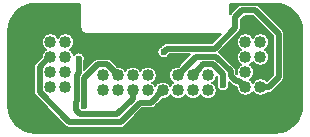
<source format=gbr>
G04 #@! TF.GenerationSoftware,KiCad,Pcbnew,(5.1.4)-1*
G04 #@! TF.CreationDate,2020-06-09T22:24:04-07:00*
G04 #@! TF.ProjectId,SkateLightConnBoard,536b6174-654c-4696-9768-74436f6e6e42,rev?*
G04 #@! TF.SameCoordinates,Original*
G04 #@! TF.FileFunction,Copper,L2,Bot*
G04 #@! TF.FilePolarity,Positive*
%FSLAX46Y46*%
G04 Gerber Fmt 4.6, Leading zero omitted, Abs format (unit mm)*
G04 Created by KiCad (PCBNEW (5.1.4)-1) date 2020-06-09 22:24:04*
%MOMM*%
%LPD*%
G04 APERTURE LIST*
%ADD10C,1.016000*%
%ADD11C,0.600000*%
%ADD12C,0.500000*%
%ADD13C,0.152400*%
G04 APERTURE END LIST*
D10*
X-7620000Y-1905000D03*
X-8890000Y-1905000D03*
X-7620000Y-635000D03*
X-8890000Y-635000D03*
X-7620000Y635000D03*
X-8890000Y635000D03*
X-7620000Y1905000D03*
X-8890000Y1905000D03*
X4445000Y-2171700D03*
X4445000Y-901700D03*
X3175000Y-2171700D03*
X3175000Y-901700D03*
X1905000Y-2171700D03*
X1905000Y-901700D03*
X635000Y-2171700D03*
X635000Y-901700D03*
X-635000Y-2171700D03*
X-635000Y-901700D03*
X-1905000Y-2171700D03*
X-1905000Y-901700D03*
X-3175000Y-2171700D03*
X-3175000Y-901700D03*
X-4445000Y-2171700D03*
X-4445000Y-901700D03*
X7620000Y1905000D03*
X8890000Y1905000D03*
X7620000Y635000D03*
X8890000Y635000D03*
X7620000Y-635000D03*
X8890000Y-635000D03*
X7620000Y-1905000D03*
X8890000Y-1905000D03*
D11*
X-6013021Y-3513021D03*
X700000Y1060000D03*
X-11430000Y3683000D03*
X-1780000Y-5190000D03*
X-9380000Y-4960000D03*
X-11490000Y-3430000D03*
X-11800000Y40000D03*
X-6970000Y4110000D03*
X7670000Y3900000D03*
X-1270000Y762000D03*
X6350000Y1524000D03*
X1270000Y-5334000D03*
X11176000Y3900000D03*
X5730000Y-1730000D03*
X-6500000Y500000D03*
D12*
X-3682999Y-393701D02*
X-3682999Y-357001D01*
X-3175000Y-901700D02*
X-3682999Y-393701D01*
X-3682999Y-357001D02*
X-4050000Y10000D01*
X-4050000Y10000D02*
X-4880694Y10000D01*
X-6013021Y-1122327D02*
X-6013021Y-3513021D01*
X-5320347Y-429653D02*
X-6013021Y-1122327D01*
X-4880694Y10000D02*
X-5320347Y-429653D01*
X-2945185Y-4867832D02*
X-1303676Y-3226323D01*
X-7274562Y-4867832D02*
X-2945185Y-4867832D01*
X-9800401Y-2341993D02*
X-7274562Y-4867832D01*
X-9800401Y-198007D02*
X-9800401Y-2341993D01*
X-8890000Y635000D02*
X-8967394Y635000D01*
X-8967394Y635000D02*
X-9800401Y-198007D01*
X127001Y-2679699D02*
X635000Y-2171700D01*
X127001Y-2757093D02*
X127001Y-2679699D01*
X-342229Y-3226323D02*
X127001Y-2757093D01*
X-1303676Y-3226323D02*
X-342229Y-3226323D01*
X6767590Y4010238D02*
X6767590Y3097543D01*
X10452811Y-1060609D02*
X10452811Y2612231D01*
X8890000Y-1905000D02*
X9608420Y-1905000D01*
X9608420Y-1905000D02*
X10452811Y-1060609D01*
X6767590Y3097543D02*
X5030046Y1359999D01*
X5030046Y1359999D02*
X999999Y1359999D01*
X7359754Y4602402D02*
X6767590Y4010238D01*
X999999Y1359999D02*
X700000Y1060000D01*
X8462640Y4602402D02*
X7359754Y4602402D01*
X10452811Y2612231D02*
X8462640Y4602402D01*
X9800401Y2341993D02*
X9302394Y2840000D01*
X9800401Y198007D02*
X9800401Y2341993D01*
X9326993Y-275401D02*
X9800401Y198007D01*
X8890000Y-635000D02*
X8890000Y-275401D01*
X8890000Y-275401D02*
X9326993Y-275401D01*
X9302394Y2840000D02*
X8730000Y2840000D01*
X8730000Y2840000D02*
X7670000Y3900000D01*
X2412999Y-393701D02*
X1905000Y-901700D01*
X2412999Y-337001D02*
X2412999Y-393701D01*
X3412410Y662410D02*
X2412999Y-337001D01*
X5150931Y662410D02*
X3412410Y662410D01*
X6382410Y-569070D02*
X5150931Y662410D01*
X6382410Y-962410D02*
X6382410Y-569070D01*
X6817001Y-1397001D02*
X6382410Y-962410D01*
X7112001Y-1397001D02*
X6817001Y-1397001D01*
X7620000Y-1905000D02*
X7112001Y-1397001D01*
X3175000Y-901700D02*
X3682999Y-393701D01*
X3682999Y-393701D02*
X3682999Y-347001D01*
X3682999Y-347001D02*
X4040000Y10000D01*
X4880694Y10000D02*
X5730000Y-839306D01*
X4040000Y10000D02*
X4880694Y10000D01*
X5730000Y-839306D02*
X5730000Y-1730000D01*
X-3215422Y-4215422D02*
X-1905000Y-2905000D01*
X-6350174Y-4215422D02*
X-3215422Y-4215422D01*
X-1905000Y-2890120D02*
X-1905000Y-2171700D01*
X-6715422Y-3850174D02*
X-6350174Y-4215422D01*
X-6715422Y-3175868D02*
X-6715422Y-3850174D01*
X-1905000Y-2905000D02*
X-1905000Y-2890120D01*
X-6665431Y-3125877D02*
X-6715422Y-3175868D01*
X-6665431Y-852090D02*
X-6665431Y-3125877D01*
X-6500000Y-686659D02*
X-6665431Y-852090D01*
X-6500000Y500000D02*
X-6500000Y-686659D01*
D13*
G36*
X-6401322Y5141489D02*
G01*
X-6389613Y5137954D01*
X-6378812Y5132211D01*
X-6369329Y5124477D01*
X-6361534Y5115055D01*
X-6355713Y5104289D01*
X-6352097Y5092608D01*
X-6349600Y5068853D01*
X-6349599Y3162541D01*
X-6348534Y3151732D01*
X-6348548Y3149799D01*
X-6348203Y3146275D01*
X-6341726Y3084650D01*
X-6337098Y3062106D01*
X-6332797Y3039559D01*
X-6331774Y3036169D01*
X-6313451Y2976975D01*
X-6304544Y2955785D01*
X-6295932Y2934470D01*
X-6294270Y2931344D01*
X-6264797Y2876836D01*
X-6251937Y2857771D01*
X-6239359Y2838550D01*
X-6237121Y2835806D01*
X-6197623Y2788061D01*
X-6181310Y2771861D01*
X-6165231Y2755442D01*
X-6162503Y2753184D01*
X-6114484Y2714022D01*
X-6095352Y2701310D01*
X-6076375Y2688317D01*
X-6073263Y2686634D01*
X-6073255Y2686630D01*
X-6018549Y2657542D01*
X-5997276Y2648774D01*
X-5976171Y2639728D01*
X-5972792Y2638682D01*
X-5972786Y2638680D01*
X-5913467Y2620771D01*
X-5890921Y2616307D01*
X-5868439Y2611528D01*
X-5864917Y2611157D01*
X-5803248Y2605110D01*
X-5803245Y2605110D01*
X-5790959Y2603900D01*
X5597105Y2603900D01*
X4831804Y1838599D01*
X1023495Y1838599D01*
X999999Y1840913D01*
X976503Y1838599D01*
X976495Y1838599D01*
X906177Y1831673D01*
X815961Y1804307D01*
X732817Y1759865D01*
X659941Y1700057D01*
X644958Y1681800D01*
X521285Y1558127D01*
X449614Y1528440D01*
X363037Y1470591D01*
X289409Y1396963D01*
X231560Y1310386D01*
X191713Y1214187D01*
X171400Y1112063D01*
X171400Y1007937D01*
X191713Y905813D01*
X231560Y809614D01*
X289409Y723037D01*
X363037Y649409D01*
X449614Y591560D01*
X545813Y551713D01*
X647937Y531400D01*
X752063Y531400D01*
X854187Y551713D01*
X950386Y591560D01*
X1036963Y649409D01*
X1110591Y723037D01*
X1168440Y809614D01*
X1198127Y881285D01*
X1198241Y881399D01*
X2954556Y881399D01*
X2091199Y18041D01*
X2072941Y3057D01*
X2013133Y-69819D01*
X1968691Y-152964D01*
X1965120Y-164738D01*
X1964757Y-165100D01*
X1832451Y-165100D01*
X1690142Y-193407D01*
X1556089Y-248934D01*
X1435445Y-329545D01*
X1332845Y-432145D01*
X1252234Y-552789D01*
X1196707Y-686842D01*
X1168400Y-829151D01*
X1168400Y-974249D01*
X1196707Y-1116558D01*
X1252234Y-1250611D01*
X1332845Y-1371255D01*
X1435445Y-1473855D01*
X1529500Y-1536700D01*
X1435445Y-1599545D01*
X1332845Y-1702145D01*
X1270000Y-1796200D01*
X1207155Y-1702145D01*
X1104555Y-1599545D01*
X983911Y-1518934D01*
X849858Y-1463407D01*
X707549Y-1435100D01*
X562451Y-1435100D01*
X420142Y-1463407D01*
X286089Y-1518934D01*
X165445Y-1599545D01*
X62845Y-1702145D01*
X0Y-1796200D01*
X-62845Y-1702145D01*
X-165445Y-1599545D01*
X-259500Y-1536700D01*
X-165445Y-1473855D01*
X-62845Y-1371255D01*
X17766Y-1250611D01*
X73293Y-1116558D01*
X101600Y-974249D01*
X101600Y-829151D01*
X73293Y-686842D01*
X17766Y-552789D01*
X-62845Y-432145D01*
X-165445Y-329545D01*
X-286089Y-248934D01*
X-420142Y-193407D01*
X-562451Y-165100D01*
X-707549Y-165100D01*
X-849858Y-193407D01*
X-983911Y-248934D01*
X-1104555Y-329545D01*
X-1207155Y-432145D01*
X-1270000Y-526200D01*
X-1332845Y-432145D01*
X-1435445Y-329545D01*
X-1556089Y-248934D01*
X-1690142Y-193407D01*
X-1832451Y-165100D01*
X-1977549Y-165100D01*
X-2119858Y-193407D01*
X-2253911Y-248934D01*
X-2374555Y-329545D01*
X-2477155Y-432145D01*
X-2540000Y-526200D01*
X-2602845Y-432145D01*
X-2705445Y-329545D01*
X-2826089Y-248934D01*
X-2960142Y-193407D01*
X-3102451Y-165100D01*
X-3234758Y-165100D01*
X-3252238Y-147620D01*
X-3283133Y-89819D01*
X-3295613Y-74612D01*
X-3327958Y-35199D01*
X-3327962Y-35195D01*
X-3342941Y-16943D01*
X-3361194Y-1963D01*
X-3694958Y331800D01*
X-3709942Y350058D01*
X-3782818Y409866D01*
X-3865962Y454308D01*
X-3956178Y481674D01*
X-4026496Y488600D01*
X-4026504Y488600D01*
X-4050000Y490914D01*
X-4073496Y488600D01*
X-4857201Y488600D01*
X-4880695Y490914D01*
X-4904188Y488600D01*
X-4904198Y488600D01*
X-4974516Y481674D01*
X-5064732Y454308D01*
X-5147876Y409866D01*
X-5220752Y350058D01*
X-5235736Y331800D01*
X-5642143Y-74607D01*
X-5642149Y-74612D01*
X-6021400Y-453864D01*
X-6021400Y274142D01*
X-5991713Y345813D01*
X-5971400Y447937D01*
X-5971400Y552063D01*
X-5991713Y654187D01*
X-6031560Y750386D01*
X-6089409Y836963D01*
X-6163037Y910591D01*
X-6249614Y968440D01*
X-6345813Y1008287D01*
X-6447937Y1028600D01*
X-6552063Y1028600D01*
X-6654187Y1008287D01*
X-6750386Y968440D01*
X-6836963Y910591D01*
X-6909382Y838172D01*
X-6911707Y849858D01*
X-6967234Y983911D01*
X-7047845Y1104555D01*
X-7150445Y1207155D01*
X-7244500Y1270000D01*
X-7150445Y1332845D01*
X-7047845Y1435445D01*
X-6967234Y1556089D01*
X-6911707Y1690142D01*
X-6883400Y1832451D01*
X-6883400Y1977549D01*
X-6911707Y2119858D01*
X-6967234Y2253911D01*
X-7047845Y2374555D01*
X-7150445Y2477155D01*
X-7271089Y2557766D01*
X-7405142Y2613293D01*
X-7547451Y2641600D01*
X-7692549Y2641600D01*
X-7834858Y2613293D01*
X-7968911Y2557766D01*
X-8089555Y2477155D01*
X-8192155Y2374555D01*
X-8255000Y2280500D01*
X-8317845Y2374555D01*
X-8420445Y2477155D01*
X-8541089Y2557766D01*
X-8675142Y2613293D01*
X-8817451Y2641600D01*
X-8962549Y2641600D01*
X-9104858Y2613293D01*
X-9238911Y2557766D01*
X-9359555Y2477155D01*
X-9462155Y2374555D01*
X-9542766Y2253911D01*
X-9598293Y2119858D01*
X-9626600Y1977549D01*
X-9626600Y1832451D01*
X-9598293Y1690142D01*
X-9542766Y1556089D01*
X-9462155Y1435445D01*
X-9359555Y1332845D01*
X-9265500Y1270000D01*
X-9359555Y1207155D01*
X-9462155Y1104555D01*
X-9542766Y983911D01*
X-9598293Y849858D01*
X-9626600Y707549D01*
X-9626600Y652637D01*
X-10122201Y157035D01*
X-10140459Y142051D01*
X-10200267Y69175D01*
X-10244709Y-13970D01*
X-10272075Y-104186D01*
X-10279001Y-174504D01*
X-10279001Y-174511D01*
X-10281315Y-198007D01*
X-10279001Y-221503D01*
X-10279000Y-2318487D01*
X-10281315Y-2341993D01*
X-10272075Y-2435814D01*
X-10244708Y-2526031D01*
X-10200267Y-2609174D01*
X-10155442Y-2663794D01*
X-10155437Y-2663799D01*
X-10140458Y-2682051D01*
X-10122206Y-2697030D01*
X-7629600Y-5189637D01*
X-7614620Y-5207890D01*
X-7596368Y-5222869D01*
X-7596364Y-5222873D01*
X-7554141Y-5257524D01*
X-7541744Y-5267698D01*
X-7458600Y-5312140D01*
X-7368384Y-5339506D01*
X-7298066Y-5346432D01*
X-7298058Y-5346432D01*
X-7274562Y-5348746D01*
X-7251066Y-5346432D01*
X-2968681Y-5346432D01*
X-2945185Y-5348746D01*
X-2921689Y-5346432D01*
X-2921681Y-5346432D01*
X-2851363Y-5339506D01*
X-2761147Y-5312140D01*
X-2678003Y-5267698D01*
X-2605127Y-5207890D01*
X-2590143Y-5189632D01*
X-1105434Y-3704923D01*
X-365725Y-3704923D01*
X-342229Y-3707237D01*
X-318733Y-3704923D01*
X-318725Y-3704923D01*
X-248407Y-3697997D01*
X-158191Y-3670631D01*
X-75047Y-3626189D01*
X-2171Y-3566381D01*
X12813Y-3548123D01*
X448801Y-3112135D01*
X467059Y-3097151D01*
X526867Y-3024275D01*
X571309Y-2941131D01*
X581268Y-2908300D01*
X707549Y-2908300D01*
X849858Y-2879993D01*
X983911Y-2824466D01*
X1104555Y-2743855D01*
X1207155Y-2641255D01*
X1270000Y-2547200D01*
X1332845Y-2641255D01*
X1435445Y-2743855D01*
X1556089Y-2824466D01*
X1690142Y-2879993D01*
X1832451Y-2908300D01*
X1977549Y-2908300D01*
X2119858Y-2879993D01*
X2253911Y-2824466D01*
X2374555Y-2743855D01*
X2477155Y-2641255D01*
X2540000Y-2547200D01*
X2602845Y-2641255D01*
X2705445Y-2743855D01*
X2826089Y-2824466D01*
X2960142Y-2879993D01*
X3102451Y-2908300D01*
X3247549Y-2908300D01*
X3389858Y-2879993D01*
X3523911Y-2824466D01*
X3644555Y-2743855D01*
X3747155Y-2641255D01*
X3810000Y-2547200D01*
X3872845Y-2641255D01*
X3975445Y-2743855D01*
X4096089Y-2824466D01*
X4230142Y-2879993D01*
X4372451Y-2908300D01*
X4517549Y-2908300D01*
X4659858Y-2879993D01*
X4793911Y-2824466D01*
X4914555Y-2743855D01*
X5017155Y-2641255D01*
X5097766Y-2520611D01*
X5153293Y-2386558D01*
X5181600Y-2244249D01*
X5181600Y-2099151D01*
X5153293Y-1956842D01*
X5097766Y-1822789D01*
X5017155Y-1702145D01*
X4914555Y-1599545D01*
X4820500Y-1536700D01*
X4914555Y-1473855D01*
X5017155Y-1371255D01*
X5097766Y-1250611D01*
X5153293Y-1116558D01*
X5181600Y-974249D01*
X5181600Y-967749D01*
X5251400Y-1037549D01*
X5251401Y-1504141D01*
X5221713Y-1575813D01*
X5201400Y-1677937D01*
X5201400Y-1782063D01*
X5221713Y-1884187D01*
X5261560Y-1980386D01*
X5319409Y-2066963D01*
X5393037Y-2140591D01*
X5479614Y-2198440D01*
X5575813Y-2238287D01*
X5677937Y-2258600D01*
X5782063Y-2258600D01*
X5884187Y-2238287D01*
X5980386Y-2198440D01*
X6066963Y-2140591D01*
X6140591Y-2066963D01*
X6198440Y-1980386D01*
X6238287Y-1884187D01*
X6258600Y-1782063D01*
X6258600Y-1677937D01*
X6238287Y-1575813D01*
X6208600Y-1504142D01*
X6208600Y-1465442D01*
X6461959Y-1718801D01*
X6476943Y-1737059D01*
X6549819Y-1796867D01*
X6632963Y-1841309D01*
X6723179Y-1868675D01*
X6793497Y-1875601D01*
X6793506Y-1875601D01*
X6817000Y-1877915D01*
X6840494Y-1875601D01*
X6883400Y-1875601D01*
X6883400Y-1977549D01*
X6911707Y-2119858D01*
X6967234Y-2253911D01*
X7047845Y-2374555D01*
X7150445Y-2477155D01*
X7271089Y-2557766D01*
X7405142Y-2613293D01*
X7547451Y-2641600D01*
X7692549Y-2641600D01*
X7834858Y-2613293D01*
X7968911Y-2557766D01*
X8089555Y-2477155D01*
X8192155Y-2374555D01*
X8255000Y-2280500D01*
X8317845Y-2374555D01*
X8420445Y-2477155D01*
X8541089Y-2557766D01*
X8675142Y-2613293D01*
X8817451Y-2641600D01*
X8962549Y-2641600D01*
X9104858Y-2613293D01*
X9238911Y-2557766D01*
X9359555Y-2477155D01*
X9453110Y-2383600D01*
X9584924Y-2383600D01*
X9608420Y-2385914D01*
X9631916Y-2383600D01*
X9631924Y-2383600D01*
X9702242Y-2376674D01*
X9792458Y-2349308D01*
X9875602Y-2304866D01*
X9948478Y-2245058D01*
X9963462Y-2226800D01*
X10774611Y-1415651D01*
X10792869Y-1400667D01*
X10852677Y-1327791D01*
X10897119Y-1244647D01*
X10924485Y-1154431D01*
X10931411Y-1084113D01*
X10931411Y-1084106D01*
X10933725Y-1060610D01*
X10931411Y-1037114D01*
X10931411Y2588735D01*
X10933725Y2612231D01*
X10931411Y2635727D01*
X10931411Y2635735D01*
X10924485Y2706053D01*
X10897119Y2796269D01*
X10852677Y2879413D01*
X10845027Y2888735D01*
X10807852Y2934033D01*
X10807848Y2934037D01*
X10792869Y2952289D01*
X10774616Y2967269D01*
X8817682Y4924202D01*
X8802698Y4942460D01*
X8729822Y5002268D01*
X8646678Y5046710D01*
X8556462Y5074076D01*
X8486144Y5081002D01*
X8486136Y5081002D01*
X8462640Y5083316D01*
X8439144Y5081002D01*
X7383247Y5081002D01*
X7359753Y5083316D01*
X7336259Y5081002D01*
X7336250Y5081002D01*
X7265932Y5074076D01*
X7175716Y5046710D01*
X7092572Y5002268D01*
X7019696Y4942460D01*
X7004712Y4924202D01*
X6445790Y4365280D01*
X6427532Y4350296D01*
X6367724Y4277420D01*
X6349600Y4243512D01*
X6349600Y5067592D01*
X6352011Y5092178D01*
X6355546Y5103887D01*
X6361289Y5114688D01*
X6369023Y5124171D01*
X6378445Y5131966D01*
X6389211Y5137787D01*
X6400892Y5141403D01*
X6424652Y5143900D01*
X10147594Y5143900D01*
X10603864Y5099162D01*
X11030813Y4970259D01*
X11424599Y4760880D01*
X11770220Y4478999D01*
X12054501Y4135361D01*
X12266626Y3743045D01*
X12398509Y3317003D01*
X12446385Y2861492D01*
X12446401Y2856900D01*
X12446400Y-3480093D01*
X12401662Y-3936363D01*
X12272759Y-4363313D01*
X12063377Y-4757102D01*
X11781497Y-5102722D01*
X11437861Y-5387001D01*
X11045546Y-5599126D01*
X10619498Y-5731009D01*
X10163993Y-5778885D01*
X10159685Y-5778900D01*
X-10147594Y-5778900D01*
X-10603863Y-5734162D01*
X-11030813Y-5605259D01*
X-11424602Y-5395877D01*
X-11770222Y-5113997D01*
X-12054501Y-4770361D01*
X-12266626Y-4378046D01*
X-12398509Y-3951998D01*
X-12446385Y-3496493D01*
X-12446400Y-3492185D01*
X-12446400Y2845094D01*
X-12401662Y3301364D01*
X-12272759Y3728313D01*
X-12063380Y4122099D01*
X-11781499Y4467720D01*
X-11437861Y4752001D01*
X-11045545Y4964126D01*
X-10619503Y5096009D01*
X-10163992Y5143885D01*
X-10159685Y5143900D01*
X-6425908Y5143900D01*
X-6401322Y5141489D01*
X-6401322Y5141489D01*
G37*
X-6401322Y5141489D02*
X-6389613Y5137954D01*
X-6378812Y5132211D01*
X-6369329Y5124477D01*
X-6361534Y5115055D01*
X-6355713Y5104289D01*
X-6352097Y5092608D01*
X-6349600Y5068853D01*
X-6349599Y3162541D01*
X-6348534Y3151732D01*
X-6348548Y3149799D01*
X-6348203Y3146275D01*
X-6341726Y3084650D01*
X-6337098Y3062106D01*
X-6332797Y3039559D01*
X-6331774Y3036169D01*
X-6313451Y2976975D01*
X-6304544Y2955785D01*
X-6295932Y2934470D01*
X-6294270Y2931344D01*
X-6264797Y2876836D01*
X-6251937Y2857771D01*
X-6239359Y2838550D01*
X-6237121Y2835806D01*
X-6197623Y2788061D01*
X-6181310Y2771861D01*
X-6165231Y2755442D01*
X-6162503Y2753184D01*
X-6114484Y2714022D01*
X-6095352Y2701310D01*
X-6076375Y2688317D01*
X-6073263Y2686634D01*
X-6073255Y2686630D01*
X-6018549Y2657542D01*
X-5997276Y2648774D01*
X-5976171Y2639728D01*
X-5972792Y2638682D01*
X-5972786Y2638680D01*
X-5913467Y2620771D01*
X-5890921Y2616307D01*
X-5868439Y2611528D01*
X-5864917Y2611157D01*
X-5803248Y2605110D01*
X-5803245Y2605110D01*
X-5790959Y2603900D01*
X5597105Y2603900D01*
X4831804Y1838599D01*
X1023495Y1838599D01*
X999999Y1840913D01*
X976503Y1838599D01*
X976495Y1838599D01*
X906177Y1831673D01*
X815961Y1804307D01*
X732817Y1759865D01*
X659941Y1700057D01*
X644958Y1681800D01*
X521285Y1558127D01*
X449614Y1528440D01*
X363037Y1470591D01*
X289409Y1396963D01*
X231560Y1310386D01*
X191713Y1214187D01*
X171400Y1112063D01*
X171400Y1007937D01*
X191713Y905813D01*
X231560Y809614D01*
X289409Y723037D01*
X363037Y649409D01*
X449614Y591560D01*
X545813Y551713D01*
X647937Y531400D01*
X752063Y531400D01*
X854187Y551713D01*
X950386Y591560D01*
X1036963Y649409D01*
X1110591Y723037D01*
X1168440Y809614D01*
X1198127Y881285D01*
X1198241Y881399D01*
X2954556Y881399D01*
X2091199Y18041D01*
X2072941Y3057D01*
X2013133Y-69819D01*
X1968691Y-152964D01*
X1965120Y-164738D01*
X1964757Y-165100D01*
X1832451Y-165100D01*
X1690142Y-193407D01*
X1556089Y-248934D01*
X1435445Y-329545D01*
X1332845Y-432145D01*
X1252234Y-552789D01*
X1196707Y-686842D01*
X1168400Y-829151D01*
X1168400Y-974249D01*
X1196707Y-1116558D01*
X1252234Y-1250611D01*
X1332845Y-1371255D01*
X1435445Y-1473855D01*
X1529500Y-1536700D01*
X1435445Y-1599545D01*
X1332845Y-1702145D01*
X1270000Y-1796200D01*
X1207155Y-1702145D01*
X1104555Y-1599545D01*
X983911Y-1518934D01*
X849858Y-1463407D01*
X707549Y-1435100D01*
X562451Y-1435100D01*
X420142Y-1463407D01*
X286089Y-1518934D01*
X165445Y-1599545D01*
X62845Y-1702145D01*
X0Y-1796200D01*
X-62845Y-1702145D01*
X-165445Y-1599545D01*
X-259500Y-1536700D01*
X-165445Y-1473855D01*
X-62845Y-1371255D01*
X17766Y-1250611D01*
X73293Y-1116558D01*
X101600Y-974249D01*
X101600Y-829151D01*
X73293Y-686842D01*
X17766Y-552789D01*
X-62845Y-432145D01*
X-165445Y-329545D01*
X-286089Y-248934D01*
X-420142Y-193407D01*
X-562451Y-165100D01*
X-707549Y-165100D01*
X-849858Y-193407D01*
X-983911Y-248934D01*
X-1104555Y-329545D01*
X-1207155Y-432145D01*
X-1270000Y-526200D01*
X-1332845Y-432145D01*
X-1435445Y-329545D01*
X-1556089Y-248934D01*
X-1690142Y-193407D01*
X-1832451Y-165100D01*
X-1977549Y-165100D01*
X-2119858Y-193407D01*
X-2253911Y-248934D01*
X-2374555Y-329545D01*
X-2477155Y-432145D01*
X-2540000Y-526200D01*
X-2602845Y-432145D01*
X-2705445Y-329545D01*
X-2826089Y-248934D01*
X-2960142Y-193407D01*
X-3102451Y-165100D01*
X-3234758Y-165100D01*
X-3252238Y-147620D01*
X-3283133Y-89819D01*
X-3295613Y-74612D01*
X-3327958Y-35199D01*
X-3327962Y-35195D01*
X-3342941Y-16943D01*
X-3361194Y-1963D01*
X-3694958Y331800D01*
X-3709942Y350058D01*
X-3782818Y409866D01*
X-3865962Y454308D01*
X-3956178Y481674D01*
X-4026496Y488600D01*
X-4026504Y488600D01*
X-4050000Y490914D01*
X-4073496Y488600D01*
X-4857201Y488600D01*
X-4880695Y490914D01*
X-4904188Y488600D01*
X-4904198Y488600D01*
X-4974516Y481674D01*
X-5064732Y454308D01*
X-5147876Y409866D01*
X-5220752Y350058D01*
X-5235736Y331800D01*
X-5642143Y-74607D01*
X-5642149Y-74612D01*
X-6021400Y-453864D01*
X-6021400Y274142D01*
X-5991713Y345813D01*
X-5971400Y447937D01*
X-5971400Y552063D01*
X-5991713Y654187D01*
X-6031560Y750386D01*
X-6089409Y836963D01*
X-6163037Y910591D01*
X-6249614Y968440D01*
X-6345813Y1008287D01*
X-6447937Y1028600D01*
X-6552063Y1028600D01*
X-6654187Y1008287D01*
X-6750386Y968440D01*
X-6836963Y910591D01*
X-6909382Y838172D01*
X-6911707Y849858D01*
X-6967234Y983911D01*
X-7047845Y1104555D01*
X-7150445Y1207155D01*
X-7244500Y1270000D01*
X-7150445Y1332845D01*
X-7047845Y1435445D01*
X-6967234Y1556089D01*
X-6911707Y1690142D01*
X-6883400Y1832451D01*
X-6883400Y1977549D01*
X-6911707Y2119858D01*
X-6967234Y2253911D01*
X-7047845Y2374555D01*
X-7150445Y2477155D01*
X-7271089Y2557766D01*
X-7405142Y2613293D01*
X-7547451Y2641600D01*
X-7692549Y2641600D01*
X-7834858Y2613293D01*
X-7968911Y2557766D01*
X-8089555Y2477155D01*
X-8192155Y2374555D01*
X-8255000Y2280500D01*
X-8317845Y2374555D01*
X-8420445Y2477155D01*
X-8541089Y2557766D01*
X-8675142Y2613293D01*
X-8817451Y2641600D01*
X-8962549Y2641600D01*
X-9104858Y2613293D01*
X-9238911Y2557766D01*
X-9359555Y2477155D01*
X-9462155Y2374555D01*
X-9542766Y2253911D01*
X-9598293Y2119858D01*
X-9626600Y1977549D01*
X-9626600Y1832451D01*
X-9598293Y1690142D01*
X-9542766Y1556089D01*
X-9462155Y1435445D01*
X-9359555Y1332845D01*
X-9265500Y1270000D01*
X-9359555Y1207155D01*
X-9462155Y1104555D01*
X-9542766Y983911D01*
X-9598293Y849858D01*
X-9626600Y707549D01*
X-9626600Y652637D01*
X-10122201Y157035D01*
X-10140459Y142051D01*
X-10200267Y69175D01*
X-10244709Y-13970D01*
X-10272075Y-104186D01*
X-10279001Y-174504D01*
X-10279001Y-174511D01*
X-10281315Y-198007D01*
X-10279001Y-221503D01*
X-10279000Y-2318487D01*
X-10281315Y-2341993D01*
X-10272075Y-2435814D01*
X-10244708Y-2526031D01*
X-10200267Y-2609174D01*
X-10155442Y-2663794D01*
X-10155437Y-2663799D01*
X-10140458Y-2682051D01*
X-10122206Y-2697030D01*
X-7629600Y-5189637D01*
X-7614620Y-5207890D01*
X-7596368Y-5222869D01*
X-7596364Y-5222873D01*
X-7554141Y-5257524D01*
X-7541744Y-5267698D01*
X-7458600Y-5312140D01*
X-7368384Y-5339506D01*
X-7298066Y-5346432D01*
X-7298058Y-5346432D01*
X-7274562Y-5348746D01*
X-7251066Y-5346432D01*
X-2968681Y-5346432D01*
X-2945185Y-5348746D01*
X-2921689Y-5346432D01*
X-2921681Y-5346432D01*
X-2851363Y-5339506D01*
X-2761147Y-5312140D01*
X-2678003Y-5267698D01*
X-2605127Y-5207890D01*
X-2590143Y-5189632D01*
X-1105434Y-3704923D01*
X-365725Y-3704923D01*
X-342229Y-3707237D01*
X-318733Y-3704923D01*
X-318725Y-3704923D01*
X-248407Y-3697997D01*
X-158191Y-3670631D01*
X-75047Y-3626189D01*
X-2171Y-3566381D01*
X12813Y-3548123D01*
X448801Y-3112135D01*
X467059Y-3097151D01*
X526867Y-3024275D01*
X571309Y-2941131D01*
X581268Y-2908300D01*
X707549Y-2908300D01*
X849858Y-2879993D01*
X983911Y-2824466D01*
X1104555Y-2743855D01*
X1207155Y-2641255D01*
X1270000Y-2547200D01*
X1332845Y-2641255D01*
X1435445Y-2743855D01*
X1556089Y-2824466D01*
X1690142Y-2879993D01*
X1832451Y-2908300D01*
X1977549Y-2908300D01*
X2119858Y-2879993D01*
X2253911Y-2824466D01*
X2374555Y-2743855D01*
X2477155Y-2641255D01*
X2540000Y-2547200D01*
X2602845Y-2641255D01*
X2705445Y-2743855D01*
X2826089Y-2824466D01*
X2960142Y-2879993D01*
X3102451Y-2908300D01*
X3247549Y-2908300D01*
X3389858Y-2879993D01*
X3523911Y-2824466D01*
X3644555Y-2743855D01*
X3747155Y-2641255D01*
X3810000Y-2547200D01*
X3872845Y-2641255D01*
X3975445Y-2743855D01*
X4096089Y-2824466D01*
X4230142Y-2879993D01*
X4372451Y-2908300D01*
X4517549Y-2908300D01*
X4659858Y-2879993D01*
X4793911Y-2824466D01*
X4914555Y-2743855D01*
X5017155Y-2641255D01*
X5097766Y-2520611D01*
X5153293Y-2386558D01*
X5181600Y-2244249D01*
X5181600Y-2099151D01*
X5153293Y-1956842D01*
X5097766Y-1822789D01*
X5017155Y-1702145D01*
X4914555Y-1599545D01*
X4820500Y-1536700D01*
X4914555Y-1473855D01*
X5017155Y-1371255D01*
X5097766Y-1250611D01*
X5153293Y-1116558D01*
X5181600Y-974249D01*
X5181600Y-967749D01*
X5251400Y-1037549D01*
X5251401Y-1504141D01*
X5221713Y-1575813D01*
X5201400Y-1677937D01*
X5201400Y-1782063D01*
X5221713Y-1884187D01*
X5261560Y-1980386D01*
X5319409Y-2066963D01*
X5393037Y-2140591D01*
X5479614Y-2198440D01*
X5575813Y-2238287D01*
X5677937Y-2258600D01*
X5782063Y-2258600D01*
X5884187Y-2238287D01*
X5980386Y-2198440D01*
X6066963Y-2140591D01*
X6140591Y-2066963D01*
X6198440Y-1980386D01*
X6238287Y-1884187D01*
X6258600Y-1782063D01*
X6258600Y-1677937D01*
X6238287Y-1575813D01*
X6208600Y-1504142D01*
X6208600Y-1465442D01*
X6461959Y-1718801D01*
X6476943Y-1737059D01*
X6549819Y-1796867D01*
X6632963Y-1841309D01*
X6723179Y-1868675D01*
X6793497Y-1875601D01*
X6793506Y-1875601D01*
X6817000Y-1877915D01*
X6840494Y-1875601D01*
X6883400Y-1875601D01*
X6883400Y-1977549D01*
X6911707Y-2119858D01*
X6967234Y-2253911D01*
X7047845Y-2374555D01*
X7150445Y-2477155D01*
X7271089Y-2557766D01*
X7405142Y-2613293D01*
X7547451Y-2641600D01*
X7692549Y-2641600D01*
X7834858Y-2613293D01*
X7968911Y-2557766D01*
X8089555Y-2477155D01*
X8192155Y-2374555D01*
X8255000Y-2280500D01*
X8317845Y-2374555D01*
X8420445Y-2477155D01*
X8541089Y-2557766D01*
X8675142Y-2613293D01*
X8817451Y-2641600D01*
X8962549Y-2641600D01*
X9104858Y-2613293D01*
X9238911Y-2557766D01*
X9359555Y-2477155D01*
X9453110Y-2383600D01*
X9584924Y-2383600D01*
X9608420Y-2385914D01*
X9631916Y-2383600D01*
X9631924Y-2383600D01*
X9702242Y-2376674D01*
X9792458Y-2349308D01*
X9875602Y-2304866D01*
X9948478Y-2245058D01*
X9963462Y-2226800D01*
X10774611Y-1415651D01*
X10792869Y-1400667D01*
X10852677Y-1327791D01*
X10897119Y-1244647D01*
X10924485Y-1154431D01*
X10931411Y-1084113D01*
X10931411Y-1084106D01*
X10933725Y-1060610D01*
X10931411Y-1037114D01*
X10931411Y2588735D01*
X10933725Y2612231D01*
X10931411Y2635727D01*
X10931411Y2635735D01*
X10924485Y2706053D01*
X10897119Y2796269D01*
X10852677Y2879413D01*
X10845027Y2888735D01*
X10807852Y2934033D01*
X10807848Y2934037D01*
X10792869Y2952289D01*
X10774616Y2967269D01*
X8817682Y4924202D01*
X8802698Y4942460D01*
X8729822Y5002268D01*
X8646678Y5046710D01*
X8556462Y5074076D01*
X8486144Y5081002D01*
X8486136Y5081002D01*
X8462640Y5083316D01*
X8439144Y5081002D01*
X7383247Y5081002D01*
X7359753Y5083316D01*
X7336259Y5081002D01*
X7336250Y5081002D01*
X7265932Y5074076D01*
X7175716Y5046710D01*
X7092572Y5002268D01*
X7019696Y4942460D01*
X7004712Y4924202D01*
X6445790Y4365280D01*
X6427532Y4350296D01*
X6367724Y4277420D01*
X6349600Y4243512D01*
X6349600Y5067592D01*
X6352011Y5092178D01*
X6355546Y5103887D01*
X6361289Y5114688D01*
X6369023Y5124171D01*
X6378445Y5131966D01*
X6389211Y5137787D01*
X6400892Y5141403D01*
X6424652Y5143900D01*
X10147594Y5143900D01*
X10603864Y5099162D01*
X11030813Y4970259D01*
X11424599Y4760880D01*
X11770220Y4478999D01*
X12054501Y4135361D01*
X12266626Y3743045D01*
X12398509Y3317003D01*
X12446385Y2861492D01*
X12446401Y2856900D01*
X12446400Y-3480093D01*
X12401662Y-3936363D01*
X12272759Y-4363313D01*
X12063377Y-4757102D01*
X11781497Y-5102722D01*
X11437861Y-5387001D01*
X11045546Y-5599126D01*
X10619498Y-5731009D01*
X10163993Y-5778885D01*
X10159685Y-5778900D01*
X-10147594Y-5778900D01*
X-10603863Y-5734162D01*
X-11030813Y-5605259D01*
X-11424602Y-5395877D01*
X-11770222Y-5113997D01*
X-12054501Y-4770361D01*
X-12266626Y-4378046D01*
X-12398509Y-3951998D01*
X-12446385Y-3496493D01*
X-12446400Y-3492185D01*
X-12446400Y2845094D01*
X-12401662Y3301364D01*
X-12272759Y3728313D01*
X-12063380Y4122099D01*
X-11781499Y4467720D01*
X-11437861Y4752001D01*
X-11045545Y4964126D01*
X-10619503Y5096009D01*
X-10163992Y5143885D01*
X-10159685Y5143900D01*
X-6425908Y5143900D01*
X-6401322Y5141489D01*
G36*
X9974212Y2413987D02*
G01*
X9974211Y-862367D01*
X9431644Y-1404934D01*
X9359555Y-1332845D01*
X9238911Y-1252234D01*
X9104858Y-1196707D01*
X8962549Y-1168400D01*
X8817451Y-1168400D01*
X8675142Y-1196707D01*
X8541089Y-1252234D01*
X8420445Y-1332845D01*
X8317845Y-1435445D01*
X8255000Y-1529500D01*
X8192155Y-1435445D01*
X8089555Y-1332845D01*
X7995500Y-1270000D01*
X8089555Y-1207155D01*
X8192155Y-1104555D01*
X8272766Y-983911D01*
X8328293Y-849858D01*
X8356600Y-707549D01*
X8356600Y-562451D01*
X8328293Y-420142D01*
X8272766Y-286089D01*
X8192155Y-165445D01*
X8089555Y-62845D01*
X7995500Y0D01*
X8089555Y62845D01*
X8192155Y165445D01*
X8255000Y259500D01*
X8317845Y165445D01*
X8420445Y62845D01*
X8541089Y-17766D01*
X8675142Y-73293D01*
X8817451Y-101600D01*
X8962549Y-101600D01*
X9104858Y-73293D01*
X9238911Y-17766D01*
X9359555Y62845D01*
X9462155Y165445D01*
X9542766Y286089D01*
X9598293Y420142D01*
X9626600Y562451D01*
X9626600Y707549D01*
X9598293Y849858D01*
X9542766Y983911D01*
X9462155Y1104555D01*
X9359555Y1207155D01*
X9265500Y1270000D01*
X9359555Y1332845D01*
X9462155Y1435445D01*
X9542766Y1556089D01*
X9598293Y1690142D01*
X9626600Y1832451D01*
X9626600Y1977549D01*
X9598293Y2119858D01*
X9542766Y2253911D01*
X9462155Y2374555D01*
X9359555Y2477155D01*
X9238911Y2557766D01*
X9104858Y2613293D01*
X8962549Y2641600D01*
X8817451Y2641600D01*
X8675142Y2613293D01*
X8541089Y2557766D01*
X8420445Y2477155D01*
X8317845Y2374555D01*
X8255000Y2280500D01*
X8192155Y2374555D01*
X8089555Y2477155D01*
X7968911Y2557766D01*
X7834858Y2613293D01*
X7692549Y2641600D01*
X7547451Y2641600D01*
X7405142Y2613293D01*
X7271089Y2557766D01*
X7150445Y2477155D01*
X7047845Y2374555D01*
X6967234Y2253911D01*
X6911707Y2119858D01*
X6883400Y1977549D01*
X6883400Y1832451D01*
X6911707Y1690142D01*
X6967234Y1556089D01*
X7047845Y1435445D01*
X7150445Y1332845D01*
X7244500Y1270000D01*
X7150445Y1207155D01*
X7047845Y1104555D01*
X6967234Y983911D01*
X6911707Y849858D01*
X6883400Y707549D01*
X6883400Y562451D01*
X6911707Y420142D01*
X6967234Y286089D01*
X7047845Y165445D01*
X7150445Y62845D01*
X7244500Y0D01*
X7150445Y-62845D01*
X7047845Y-165445D01*
X6967234Y-286089D01*
X6911707Y-420142D01*
X6883400Y-562451D01*
X6883400Y-707549D01*
X6903018Y-806176D01*
X6861010Y-764168D01*
X6861010Y-592566D01*
X6863324Y-569070D01*
X6861010Y-545574D01*
X6861010Y-545567D01*
X6854084Y-475248D01*
X6826718Y-385032D01*
X6782276Y-301888D01*
X6769310Y-286089D01*
X6737451Y-247268D01*
X6737447Y-247264D01*
X6722468Y-229012D01*
X6704216Y-214033D01*
X5505973Y984210D01*
X5490989Y1002468D01*
X5418113Y1062276D01*
X5412282Y1065393D01*
X7089390Y2742501D01*
X7107648Y2757485D01*
X7167456Y2830361D01*
X7211898Y2913505D01*
X7239264Y3003721D01*
X7246190Y3074039D01*
X7246190Y3074049D01*
X7248504Y3097542D01*
X7246190Y3121036D01*
X7246190Y3811996D01*
X7557996Y4123802D01*
X8264398Y4123802D01*
X9974212Y2413987D01*
X9974212Y2413987D01*
G37*
X9974212Y2413987D02*
X9974211Y-862367D01*
X9431644Y-1404934D01*
X9359555Y-1332845D01*
X9238911Y-1252234D01*
X9104858Y-1196707D01*
X8962549Y-1168400D01*
X8817451Y-1168400D01*
X8675142Y-1196707D01*
X8541089Y-1252234D01*
X8420445Y-1332845D01*
X8317845Y-1435445D01*
X8255000Y-1529500D01*
X8192155Y-1435445D01*
X8089555Y-1332845D01*
X7995500Y-1270000D01*
X8089555Y-1207155D01*
X8192155Y-1104555D01*
X8272766Y-983911D01*
X8328293Y-849858D01*
X8356600Y-707549D01*
X8356600Y-562451D01*
X8328293Y-420142D01*
X8272766Y-286089D01*
X8192155Y-165445D01*
X8089555Y-62845D01*
X7995500Y0D01*
X8089555Y62845D01*
X8192155Y165445D01*
X8255000Y259500D01*
X8317845Y165445D01*
X8420445Y62845D01*
X8541089Y-17766D01*
X8675142Y-73293D01*
X8817451Y-101600D01*
X8962549Y-101600D01*
X9104858Y-73293D01*
X9238911Y-17766D01*
X9359555Y62845D01*
X9462155Y165445D01*
X9542766Y286089D01*
X9598293Y420142D01*
X9626600Y562451D01*
X9626600Y707549D01*
X9598293Y849858D01*
X9542766Y983911D01*
X9462155Y1104555D01*
X9359555Y1207155D01*
X9265500Y1270000D01*
X9359555Y1332845D01*
X9462155Y1435445D01*
X9542766Y1556089D01*
X9598293Y1690142D01*
X9626600Y1832451D01*
X9626600Y1977549D01*
X9598293Y2119858D01*
X9542766Y2253911D01*
X9462155Y2374555D01*
X9359555Y2477155D01*
X9238911Y2557766D01*
X9104858Y2613293D01*
X8962549Y2641600D01*
X8817451Y2641600D01*
X8675142Y2613293D01*
X8541089Y2557766D01*
X8420445Y2477155D01*
X8317845Y2374555D01*
X8255000Y2280500D01*
X8192155Y2374555D01*
X8089555Y2477155D01*
X7968911Y2557766D01*
X7834858Y2613293D01*
X7692549Y2641600D01*
X7547451Y2641600D01*
X7405142Y2613293D01*
X7271089Y2557766D01*
X7150445Y2477155D01*
X7047845Y2374555D01*
X6967234Y2253911D01*
X6911707Y2119858D01*
X6883400Y1977549D01*
X6883400Y1832451D01*
X6911707Y1690142D01*
X6967234Y1556089D01*
X7047845Y1435445D01*
X7150445Y1332845D01*
X7244500Y1270000D01*
X7150445Y1207155D01*
X7047845Y1104555D01*
X6967234Y983911D01*
X6911707Y849858D01*
X6883400Y707549D01*
X6883400Y562451D01*
X6911707Y420142D01*
X6967234Y286089D01*
X7047845Y165445D01*
X7150445Y62845D01*
X7244500Y0D01*
X7150445Y-62845D01*
X7047845Y-165445D01*
X6967234Y-286089D01*
X6911707Y-420142D01*
X6883400Y-562451D01*
X6883400Y-707549D01*
X6903018Y-806176D01*
X6861010Y-764168D01*
X6861010Y-592566D01*
X6863324Y-569070D01*
X6861010Y-545574D01*
X6861010Y-545567D01*
X6854084Y-475248D01*
X6826718Y-385032D01*
X6782276Y-301888D01*
X6769310Y-286089D01*
X6737451Y-247268D01*
X6737447Y-247264D01*
X6722468Y-229012D01*
X6704216Y-214033D01*
X5505973Y984210D01*
X5490989Y1002468D01*
X5418113Y1062276D01*
X5412282Y1065393D01*
X7089390Y2742501D01*
X7107648Y2757485D01*
X7167456Y2830361D01*
X7211898Y2913505D01*
X7239264Y3003721D01*
X7246190Y3074039D01*
X7246190Y3074049D01*
X7248504Y3097542D01*
X7246190Y3121036D01*
X7246190Y3811996D01*
X7557996Y4123802D01*
X8264398Y4123802D01*
X9974212Y2413987D01*
M02*

</source>
